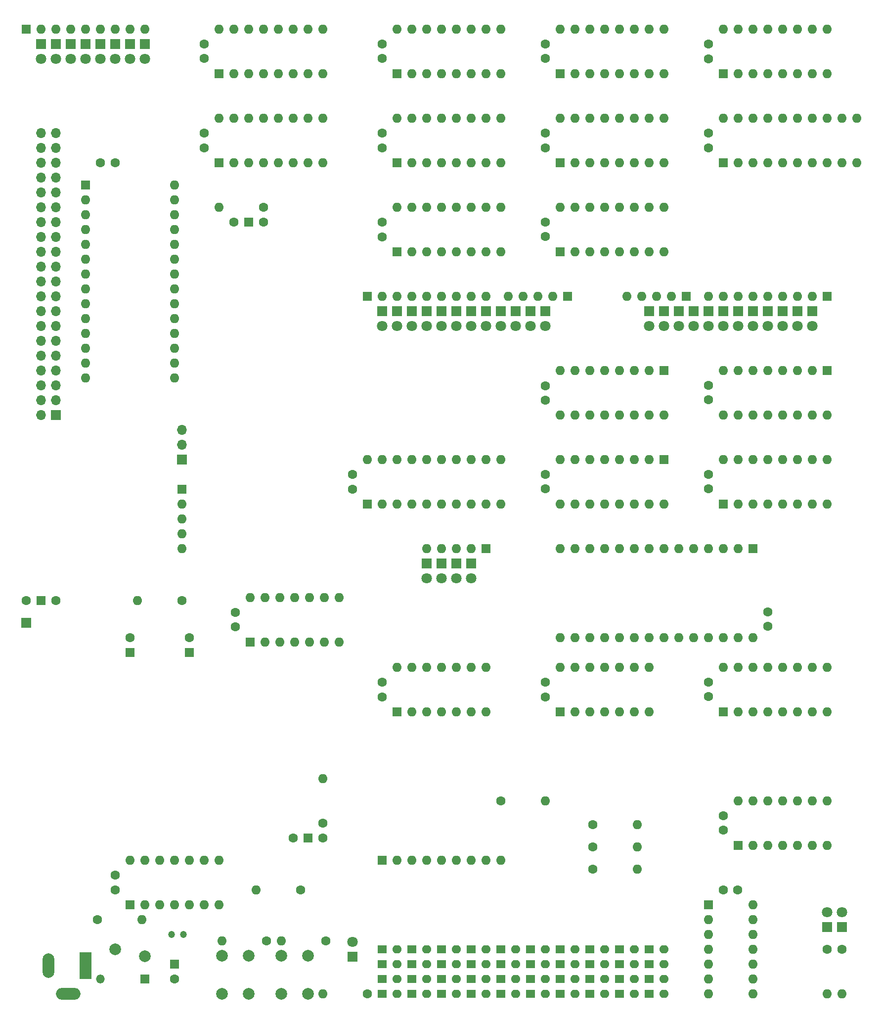
<source format=gbr>
%TF.GenerationSoftware,KiCad,Pcbnew,8.0.6*%
%TF.CreationDate,2025-02-23T11:24:39+09:00*%
%TF.ProjectId,HC4_KiCad,4843345f-4b69-4436-9164-2e6b69636164,1.0*%
%TF.SameCoordinates,Original*%
%TF.FileFunction,Soldermask,Bot*%
%TF.FilePolarity,Negative*%
%FSLAX46Y46*%
G04 Gerber Fmt 4.6, Leading zero omitted, Abs format (unit mm)*
G04 Created by KiCad (PCBNEW 8.0.6) date 2025-02-23 11:24:39*
%MOMM*%
%LPD*%
G01*
G04 APERTURE LIST*
%ADD10R,1.800000X1.800000*%
%ADD11C,1.800000*%
%ADD12R,1.600000X1.600000*%
%ADD13O,1.600000X1.600000*%
%ADD14R,1.600000X1.400000*%
%ADD15O,1.600000X1.400000*%
%ADD16R,1.700000X1.700000*%
%ADD17C,1.600000*%
%ADD18O,1.700000X1.700000*%
%ADD19R,2.000000X4.600000*%
%ADD20O,2.000000X4.200000*%
%ADD21O,4.200000X2.000000*%
%ADD22R,1.500000X1.500000*%
%ADD23C,2.000000*%
%ADD24C,2.010000*%
%ADD25O,1.500000X1.500000*%
%ADD26C,1.200000*%
G04 APERTURE END LIST*
D10*
%TO.C,LD14*%
X114740000Y-78740000D03*
D11*
X114740000Y-81280000D03*
%TD*%
D12*
%TO.C,IC2*%
X155380000Y-119380000D03*
D13*
X152840000Y-119380000D03*
X150300000Y-119380000D03*
X147760000Y-119380000D03*
X145220000Y-119380000D03*
X142680000Y-119380000D03*
X140140000Y-119380000D03*
X137600000Y-119380000D03*
X135060000Y-119380000D03*
X132520000Y-119380000D03*
X129980000Y-119380000D03*
X127440000Y-119380000D03*
X124900000Y-119380000D03*
X122360000Y-119380000D03*
X122360000Y-134620000D03*
X124900000Y-134620000D03*
X127440000Y-134620000D03*
X129980000Y-134620000D03*
X132520000Y-134620000D03*
X135060000Y-134620000D03*
X137600000Y-134620000D03*
X140140000Y-134620000D03*
X142680000Y-134620000D03*
X145220000Y-134620000D03*
X147760000Y-134620000D03*
X150300000Y-134620000D03*
X152840000Y-134620000D03*
X155380000Y-134620000D03*
%TD*%
D14*
%TO.C,D38*%
X137600000Y-187960000D03*
D15*
X140140000Y-187960000D03*
%TD*%
D14*
%TO.C,D40*%
X137600000Y-193040000D03*
D15*
X140140000Y-193040000D03*
%TD*%
D14*
%TO.C,D36*%
X132520000Y-193040000D03*
D15*
X135060000Y-193040000D03*
%TD*%
D12*
%TO.C,IC23*%
X150300000Y-111760000D03*
D13*
X152840000Y-111760000D03*
X155380000Y-111760000D03*
X157920000Y-111760000D03*
X160460000Y-111760000D03*
X163000000Y-111760000D03*
X165540000Y-111760000D03*
X168080000Y-111760000D03*
X168080000Y-104140000D03*
X165540000Y-104140000D03*
X163000000Y-104140000D03*
X160460000Y-104140000D03*
X157920000Y-104140000D03*
X155380000Y-104140000D03*
X152840000Y-104140000D03*
X150300000Y-104140000D03*
%TD*%
D10*
%TO.C,LD11*%
X117280000Y-78740000D03*
D11*
X117280000Y-81280000D03*
%TD*%
D14*
%TO.C,D18*%
X112200000Y-187960000D03*
D15*
X114740000Y-187960000D03*
%TD*%
D14*
%TO.C,D20*%
X112200000Y-193040000D03*
D15*
X114740000Y-193040000D03*
%TD*%
D10*
%TO.C,LD2*%
X168080000Y-184155000D03*
D11*
X168080000Y-181615000D03*
%TD*%
D16*
%TO.C,J2*%
X30920000Y-132080000D03*
%TD*%
D14*
%TO.C,D27*%
X122360000Y-190500000D03*
D15*
X124900000Y-190500000D03*
%TD*%
D17*
%TO.C,CP7*%
X119820000Y-48300000D03*
X119820000Y-50800000D03*
%TD*%
D10*
%TO.C,LD9*%
X109660000Y-78740000D03*
D11*
X109660000Y-81280000D03*
%TD*%
D17*
%TO.C,CP8*%
X119820000Y-63500000D03*
X119820000Y-66000000D03*
%TD*%
D10*
%TO.C,LD6*%
X102040000Y-121920000D03*
D11*
X102040000Y-124460000D03*
%TD*%
D12*
%TO.C,IC5*%
X94420000Y-53380000D03*
D13*
X96960000Y-53380000D03*
X99500000Y-53380000D03*
X102040000Y-53380000D03*
X104580000Y-53380000D03*
X107120000Y-53380000D03*
X109660000Y-53380000D03*
X112200000Y-53380000D03*
X112200000Y-45760000D03*
X109660000Y-45760000D03*
X107120000Y-45760000D03*
X104580000Y-45760000D03*
X102040000Y-45760000D03*
X99500000Y-45760000D03*
X96960000Y-45760000D03*
X94420000Y-45760000D03*
%TD*%
D12*
%TO.C,C1*%
X56320000Y-190540000D03*
D17*
X56320000Y-193040000D03*
%TD*%
D14*
%TO.C,D8*%
X96960000Y-193040000D03*
D15*
X99500000Y-193040000D03*
%TD*%
D14*
%TO.C,D2*%
X91880000Y-187960000D03*
D15*
X94420000Y-187960000D03*
%TD*%
D16*
%TO.C,JP1*%
X57590000Y-104140000D03*
D18*
X57590000Y-101600000D03*
X57590000Y-99060000D03*
%TD*%
D19*
%TO.C,J1*%
X41080000Y-190780000D03*
D20*
X34780000Y-190780000D03*
D21*
X38180000Y-195580000D03*
%TD*%
D12*
%TO.C,IC21*%
X150300000Y-147320000D03*
D13*
X152840000Y-147320000D03*
X155380000Y-147320000D03*
X157920000Y-147320000D03*
X160460000Y-147320000D03*
X163000000Y-147320000D03*
X165540000Y-147320000D03*
X168080000Y-147320000D03*
X168080000Y-139700000D03*
X165540000Y-139700000D03*
X163000000Y-139700000D03*
X160460000Y-139700000D03*
X157920000Y-139700000D03*
X155380000Y-139700000D03*
X152840000Y-139700000D03*
X150300000Y-139700000D03*
%TD*%
D12*
%TO.C,IC18*%
X152840000Y-170180000D03*
D13*
X155380000Y-170180000D03*
X157920000Y-170180000D03*
X160460000Y-170180000D03*
X163000000Y-170180000D03*
X165540000Y-170180000D03*
X168080000Y-170180000D03*
X168080000Y-162560000D03*
X165540000Y-162560000D03*
X163000000Y-162560000D03*
X160460000Y-162560000D03*
X157920000Y-162560000D03*
X155380000Y-162560000D03*
X152840000Y-162560000D03*
%TD*%
D14*
%TO.C,D32*%
X127440000Y-193040000D03*
D15*
X129980000Y-193040000D03*
%TD*%
D12*
%TO.C,RN7*%
X168080000Y-76200000D03*
D13*
X165540000Y-76200000D03*
X163000000Y-76200000D03*
X160460000Y-76200000D03*
X157920000Y-76200000D03*
X155380000Y-76200000D03*
X152840000Y-76200000D03*
X150300000Y-76200000D03*
X147760000Y-76200000D03*
%TD*%
D14*
%TO.C,D41*%
X137600000Y-195580000D03*
D15*
X140140000Y-195580000D03*
%TD*%
D10*
%TO.C,LD17*%
X112200000Y-78740000D03*
D11*
X112200000Y-81280000D03*
%TD*%
D10*
%TO.C,LD23*%
X41080000Y-33020000D03*
D11*
X41080000Y-35560000D03*
%TD*%
D22*
%TO.C,SW5*%
X79180000Y-168910000D03*
D17*
X81720000Y-168910000D03*
X76640000Y-168910000D03*
%TD*%
D14*
%TO.C,D9*%
X96960000Y-195580000D03*
D15*
X99500000Y-195580000D03*
%TD*%
D10*
%TO.C,LD28*%
X165540000Y-78740000D03*
D11*
X165540000Y-81280000D03*
%TD*%
D12*
%TO.C,C2*%
X58860000Y-137160000D03*
D17*
X58860000Y-134660000D03*
%TD*%
D16*
%TO.C,J3*%
X36000000Y-96520000D03*
D18*
X33460000Y-96520000D03*
X36000000Y-93980000D03*
X33460000Y-93980000D03*
X36000000Y-91440000D03*
X33460000Y-91440000D03*
X36000000Y-88900000D03*
X33460000Y-88900000D03*
X36000000Y-86360000D03*
X33460000Y-86360000D03*
X36000000Y-83820000D03*
X33460000Y-83820000D03*
X36000000Y-81280000D03*
X33460000Y-81280000D03*
X36000000Y-78740000D03*
X33460000Y-78740000D03*
X36000000Y-76200000D03*
X33460000Y-76200000D03*
X36000000Y-73660000D03*
X33460000Y-73660000D03*
X36000000Y-71120000D03*
X33460000Y-71120000D03*
X36000000Y-68580000D03*
X33460000Y-68580000D03*
X36000000Y-66040000D03*
X33460000Y-66040000D03*
X36000000Y-63500000D03*
X33460000Y-63500000D03*
X36000000Y-60960000D03*
X33460000Y-60960000D03*
X36000000Y-58420000D03*
X33460000Y-58420000D03*
X36000000Y-55880000D03*
X33460000Y-55880000D03*
X36000000Y-53340000D03*
X33460000Y-53340000D03*
X36000000Y-50800000D03*
X33460000Y-50800000D03*
X36000000Y-48260000D03*
X33460000Y-48260000D03*
%TD*%
D17*
%TO.C,CP11*%
X147760000Y-33060000D03*
X147760000Y-35560000D03*
%TD*%
D12*
%TO.C,RN4*%
X89340000Y-76200000D03*
D13*
X91880000Y-76200000D03*
X94420000Y-76200000D03*
X96960000Y-76200000D03*
X99500000Y-76200000D03*
X102040000Y-76200000D03*
X104580000Y-76200000D03*
X107120000Y-76200000D03*
X109660000Y-76200000D03*
%TD*%
D14*
%TO.C,D35*%
X132520000Y-190500000D03*
D15*
X135060000Y-190500000D03*
%TD*%
D22*
%TO.C,SW2*%
X69020000Y-63500000D03*
D17*
X71560000Y-63500000D03*
X66480000Y-63500000D03*
%TD*%
D10*
%TO.C,LD7*%
X99500000Y-121960000D03*
D11*
X99500000Y-124500000D03*
%TD*%
D10*
%TO.C,LD10*%
X99500000Y-78740000D03*
D11*
X99500000Y-81280000D03*
%TD*%
D12*
%TO.C,IC13*%
X140140000Y-88940000D03*
D13*
X137600000Y-88940000D03*
X135060000Y-88940000D03*
X132520000Y-88940000D03*
X129980000Y-88940000D03*
X127440000Y-88940000D03*
X124900000Y-88940000D03*
X122360000Y-88940000D03*
X122360000Y-96560000D03*
X124900000Y-96560000D03*
X127440000Y-96560000D03*
X129980000Y-96560000D03*
X132520000Y-96560000D03*
X135060000Y-96560000D03*
X137600000Y-96560000D03*
X140140000Y-96560000D03*
%TD*%
D17*
%TO.C,CP1*%
X46160000Y-53340000D03*
X43660000Y-53340000D03*
%TD*%
%TO.C,CP20*%
X91880000Y-142280000D03*
X91880000Y-144780000D03*
%TD*%
D12*
%TO.C,IC6*%
X94420000Y-68620000D03*
D13*
X96960000Y-68620000D03*
X99500000Y-68620000D03*
X102040000Y-68620000D03*
X104580000Y-68620000D03*
X107120000Y-68620000D03*
X109660000Y-68620000D03*
X112200000Y-68620000D03*
X112200000Y-61000000D03*
X109660000Y-61000000D03*
X107120000Y-61000000D03*
X104580000Y-61000000D03*
X102040000Y-61000000D03*
X99500000Y-61000000D03*
X96960000Y-61000000D03*
X94420000Y-61000000D03*
%TD*%
D10*
%TO.C,LD36*%
X145220000Y-78740000D03*
D11*
X145220000Y-81280000D03*
%TD*%
D12*
%TO.C,IC10*%
X69274000Y-135382000D03*
D13*
X71814000Y-135382000D03*
X74354000Y-135382000D03*
X76894000Y-135382000D03*
X79434000Y-135382000D03*
X81974000Y-135382000D03*
X84514000Y-135382000D03*
X84514000Y-127762000D03*
X81974000Y-127762000D03*
X79434000Y-127762000D03*
X76894000Y-127762000D03*
X74354000Y-127762000D03*
X71814000Y-127762000D03*
X69274000Y-127762000D03*
%TD*%
D17*
%TO.C,CP22*%
X152800000Y-177800000D03*
X150300000Y-177800000D03*
%TD*%
D23*
%TO.C,SW3*%
X69020000Y-189080000D03*
X69020000Y-195580000D03*
X64520000Y-189080000D03*
X64520000Y-195580000D03*
%TD*%
D10*
%TO.C,LD3*%
X170620000Y-184150000D03*
D11*
X170620000Y-181610000D03*
%TD*%
D17*
%TO.C,CP17*%
X61400000Y-33020000D03*
X61400000Y-35520000D03*
%TD*%
D14*
%TO.C,D39*%
X137600000Y-190500000D03*
D15*
X140140000Y-190500000D03*
%TD*%
D14*
%TO.C,D37*%
X132520000Y-195580000D03*
D15*
X135060000Y-195580000D03*
%TD*%
D10*
%TO.C,LD30*%
X160460000Y-78740000D03*
D11*
X160460000Y-81280000D03*
%TD*%
D17*
%TO.C,CP19*%
X119820000Y-142280000D03*
X119820000Y-144780000D03*
%TD*%
D14*
%TO.C,D24*%
X117280000Y-193040000D03*
D15*
X119820000Y-193040000D03*
%TD*%
D10*
%TO.C,LD27*%
X51240000Y-33060000D03*
D11*
X51240000Y-35600000D03*
%TD*%
D10*
%TO.C,LD31*%
X157920000Y-78740000D03*
D11*
X157920000Y-81280000D03*
%TD*%
D10*
%TO.C,LD26*%
X48700000Y-33020000D03*
D11*
X48700000Y-35560000D03*
%TD*%
D17*
%TO.C,R3*%
X170620000Y-187960000D03*
D13*
X170620000Y-195580000D03*
%TD*%
D10*
%TO.C,LD20*%
X33460000Y-33065000D03*
D11*
X33460000Y-35605000D03*
%TD*%
D14*
%TO.C,D13*%
X102040000Y-195580000D03*
D15*
X104580000Y-195580000D03*
%TD*%
D17*
%TO.C,R12*%
X81720000Y-166370000D03*
D13*
X81720000Y-158750000D03*
%TD*%
D10*
%TO.C,LD1*%
X86800000Y-189230000D03*
D11*
X86800000Y-186690000D03*
%TD*%
D17*
%TO.C,R1*%
X89340000Y-195580000D03*
D13*
X81720000Y-195580000D03*
%TD*%
D12*
%TO.C,RN1*%
X57590000Y-109220000D03*
D13*
X57590000Y-111760000D03*
X57590000Y-114300000D03*
X57590000Y-116840000D03*
X57590000Y-119380000D03*
%TD*%
D17*
%TO.C,R5*%
X128010000Y-170460000D03*
D13*
X135630000Y-170460000D03*
%TD*%
D14*
%TO.C,D15*%
X107120000Y-190500000D03*
D15*
X109660000Y-190500000D03*
%TD*%
D10*
%TO.C,LD24*%
X43620000Y-33020000D03*
D11*
X43620000Y-35560000D03*
%TD*%
D17*
%TO.C,CP2*%
X157920000Y-130195000D03*
X157920000Y-132695000D03*
%TD*%
D10*
%TO.C,LD12*%
X107120000Y-78740000D03*
D11*
X107120000Y-81280000D03*
%TD*%
D10*
%TO.C,LD37*%
X142680000Y-78740000D03*
D11*
X142680000Y-81280000D03*
%TD*%
D14*
%TO.C,D11*%
X102040000Y-190500000D03*
D15*
X104580000Y-190500000D03*
%TD*%
D14*
%TO.C,D6*%
X96960000Y-187960000D03*
D15*
X99500000Y-187960000D03*
%TD*%
D17*
%TO.C,CP21*%
X147760000Y-142240000D03*
X147760000Y-144740000D03*
%TD*%
D12*
%TO.C,IC16*%
X63940000Y-53340000D03*
D13*
X66480000Y-53340000D03*
X69020000Y-53340000D03*
X71560000Y-53340000D03*
X74100000Y-53340000D03*
X76640000Y-53340000D03*
X79180000Y-53340000D03*
X81720000Y-53340000D03*
X81720000Y-45720000D03*
X79180000Y-45720000D03*
X76640000Y-45720000D03*
X74100000Y-45720000D03*
X71560000Y-45720000D03*
X69020000Y-45720000D03*
X66480000Y-45720000D03*
X63940000Y-45720000D03*
%TD*%
D10*
%TO.C,LD38*%
X140140000Y-78740000D03*
D11*
X140140000Y-81280000D03*
%TD*%
D14*
%TO.C,D23*%
X117280000Y-190500000D03*
D15*
X119820000Y-190500000D03*
%TD*%
D12*
%TO.C,IC4*%
X94420000Y-38140000D03*
D13*
X96960000Y-38140000D03*
X99500000Y-38140000D03*
X102040000Y-38140000D03*
X104580000Y-38140000D03*
X107120000Y-38140000D03*
X109660000Y-38140000D03*
X112200000Y-38140000D03*
X112200000Y-30520000D03*
X109660000Y-30520000D03*
X107120000Y-30520000D03*
X104580000Y-30520000D03*
X102040000Y-30520000D03*
X99500000Y-30520000D03*
X96960000Y-30520000D03*
X94420000Y-30520000D03*
%TD*%
D12*
%TO.C,IC15*%
X140140000Y-104180000D03*
D13*
X137600000Y-104180000D03*
X135060000Y-104180000D03*
X132520000Y-104180000D03*
X129980000Y-104180000D03*
X127440000Y-104180000D03*
X124900000Y-104180000D03*
X122360000Y-104180000D03*
X122360000Y-111800000D03*
X124900000Y-111800000D03*
X127440000Y-111800000D03*
X129980000Y-111800000D03*
X132520000Y-111800000D03*
X135060000Y-111800000D03*
X137600000Y-111800000D03*
X140140000Y-111800000D03*
%TD*%
D14*
%TO.C,D30*%
X127440000Y-187960000D03*
D15*
X129980000Y-187960000D03*
%TD*%
D10*
%TO.C,LD29*%
X163000000Y-78740000D03*
D11*
X163000000Y-81280000D03*
%TD*%
D12*
%TO.C,IC22*%
X147760000Y-180340000D03*
D13*
X147760000Y-182880000D03*
X147760000Y-185420000D03*
X147760000Y-187960000D03*
X147760000Y-190500000D03*
X147760000Y-193040000D03*
X147760000Y-195580000D03*
X155380000Y-195580000D03*
X155380000Y-193040000D03*
X155380000Y-190500000D03*
X155380000Y-187960000D03*
X155380000Y-185420000D03*
X155380000Y-182880000D03*
X155380000Y-180340000D03*
%TD*%
D14*
%TO.C,D14*%
X107120000Y-187960000D03*
D15*
X109660000Y-187960000D03*
%TD*%
D17*
%TO.C,CP18*%
X150300000Y-165100000D03*
X150300000Y-167600000D03*
%TD*%
D22*
%TO.C,SW1*%
X33460000Y-128270000D03*
D17*
X36000000Y-128270000D03*
X30920000Y-128270000D03*
%TD*%
D12*
%TO.C,IC14*%
X168080000Y-88900000D03*
D13*
X165540000Y-88900000D03*
X163000000Y-88900000D03*
X160460000Y-88900000D03*
X157920000Y-88900000D03*
X155380000Y-88900000D03*
X152840000Y-88900000D03*
X150300000Y-88900000D03*
X150300000Y-96520000D03*
X152840000Y-96520000D03*
X155380000Y-96520000D03*
X157920000Y-96520000D03*
X160460000Y-96520000D03*
X163000000Y-96520000D03*
X165540000Y-96520000D03*
X168080000Y-96520000D03*
%TD*%
D17*
%TO.C,R2*%
X168080000Y-187960000D03*
D13*
X168080000Y-195580000D03*
%TD*%
D14*
%TO.C,D26*%
X122360000Y-187960000D03*
D15*
X124900000Y-187960000D03*
%TD*%
D10*
%TO.C,LD21*%
X36000000Y-33020000D03*
D11*
X36000000Y-35560000D03*
%TD*%
D17*
%TO.C,R10*%
X77910000Y-177800000D03*
D13*
X70290000Y-177800000D03*
%TD*%
D12*
%TO.C,IC12*%
X150300000Y-53380000D03*
D13*
X152840000Y-53380000D03*
X155380000Y-53380000D03*
X157920000Y-53380000D03*
X160460000Y-53380000D03*
X163000000Y-53380000D03*
X165540000Y-53380000D03*
X168080000Y-53380000D03*
X170620000Y-53380000D03*
X173160000Y-53380000D03*
X173160000Y-45760000D03*
X170620000Y-45760000D03*
X168080000Y-45760000D03*
X165540000Y-45760000D03*
X163000000Y-45760000D03*
X160460000Y-45760000D03*
X157920000Y-45760000D03*
X155380000Y-45760000D03*
X152840000Y-45760000D03*
X150300000Y-45760000D03*
%TD*%
D10*
%TO.C,LD13*%
X96960000Y-78740000D03*
D11*
X96960000Y-81280000D03*
%TD*%
D12*
%TO.C,IC7*%
X122360000Y-53380000D03*
D13*
X124900000Y-53380000D03*
X127440000Y-53380000D03*
X129980000Y-53380000D03*
X132520000Y-53380000D03*
X135060000Y-53380000D03*
X137600000Y-53380000D03*
X140140000Y-53380000D03*
X140140000Y-45760000D03*
X137600000Y-45760000D03*
X135060000Y-45760000D03*
X132520000Y-45760000D03*
X129980000Y-45760000D03*
X127440000Y-45760000D03*
X124900000Y-45760000D03*
X122360000Y-45760000D03*
%TD*%
D10*
%TO.C,LD32*%
X155380000Y-78740000D03*
D11*
X155380000Y-81280000D03*
%TD*%
D14*
%TO.C,D28*%
X122360000Y-193040000D03*
D15*
X124900000Y-193040000D03*
%TD*%
D17*
%TO.C,CP16*%
X61400000Y-48300000D03*
X61400000Y-50800000D03*
%TD*%
D10*
%TO.C,LD16*%
X94420000Y-78740000D03*
D11*
X94420000Y-81280000D03*
%TD*%
D17*
%TO.C,CP6*%
X91880000Y-63540000D03*
X91880000Y-66040000D03*
%TD*%
D14*
%TO.C,D12*%
X102040000Y-193040000D03*
D15*
X104580000Y-193040000D03*
%TD*%
D14*
%TO.C,D17*%
X107120000Y-195580000D03*
D15*
X109660000Y-195580000D03*
%TD*%
D12*
%TO.C,RN3*%
X123630000Y-76200000D03*
D13*
X121090000Y-76200000D03*
X118550000Y-76200000D03*
X116010000Y-76200000D03*
X113470000Y-76200000D03*
%TD*%
D17*
%TO.C,R8*%
X82300000Y-186540000D03*
D13*
X74680000Y-186540000D03*
%TD*%
D12*
%TO.C,IC24*%
X48700000Y-180340000D03*
D13*
X51240000Y-180340000D03*
X53780000Y-180340000D03*
X56320000Y-180340000D03*
X58860000Y-180340000D03*
X61400000Y-180340000D03*
X63940000Y-180340000D03*
X63940000Y-172720000D03*
X61400000Y-172720000D03*
X58860000Y-172720000D03*
X56320000Y-172720000D03*
X53780000Y-172720000D03*
X51240000Y-172720000D03*
X48700000Y-172720000D03*
%TD*%
D17*
%TO.C,CP12*%
X147760000Y-48300000D03*
X147760000Y-50800000D03*
%TD*%
D12*
%TO.C,IC20*%
X94420000Y-147320000D03*
D13*
X96960000Y-147320000D03*
X99500000Y-147320000D03*
X102040000Y-147320000D03*
X104580000Y-147320000D03*
X107120000Y-147320000D03*
X109660000Y-147320000D03*
X109660000Y-139700000D03*
X107120000Y-139700000D03*
X104580000Y-139700000D03*
X102040000Y-139700000D03*
X99500000Y-139700000D03*
X96960000Y-139700000D03*
X94420000Y-139700000D03*
%TD*%
D10*
%TO.C,LD15*%
X104580000Y-78740000D03*
D11*
X104580000Y-81280000D03*
%TD*%
D10*
%TO.C,LD5*%
X104580000Y-121920000D03*
D11*
X104580000Y-124460000D03*
%TD*%
D12*
%TO.C,RN5*%
X30920000Y-30480000D03*
D13*
X33460000Y-30480000D03*
X36000000Y-30480000D03*
X38540000Y-30480000D03*
X41080000Y-30480000D03*
X43620000Y-30480000D03*
X46160000Y-30480000D03*
X48700000Y-30480000D03*
X51240000Y-30480000D03*
%TD*%
D14*
%TO.C,D10*%
X102040000Y-187960000D03*
D15*
X104580000Y-187960000D03*
%TD*%
D17*
%TO.C,R3*%
X128010000Y-166650000D03*
D13*
X135630000Y-166650000D03*
%TD*%
D12*
%TO.C,IC1*%
X41080000Y-57160000D03*
D13*
X41080000Y-59700000D03*
X41080000Y-62240000D03*
X41080000Y-64780000D03*
X41080000Y-67320000D03*
X41080000Y-69860000D03*
X41080000Y-72400000D03*
X41080000Y-74940000D03*
X41080000Y-77480000D03*
X41080000Y-80020000D03*
X41080000Y-82560000D03*
X41080000Y-85100000D03*
X41080000Y-87640000D03*
X41080000Y-90180000D03*
X56320000Y-90180000D03*
X56320000Y-87640000D03*
X56320000Y-85100000D03*
X56320000Y-82560000D03*
X56320000Y-80020000D03*
X56320000Y-77480000D03*
X56320000Y-74940000D03*
X56320000Y-72400000D03*
X56320000Y-69860000D03*
X56320000Y-67320000D03*
X56320000Y-64780000D03*
X56320000Y-62240000D03*
X56320000Y-59700000D03*
X56320000Y-57160000D03*
%TD*%
D14*
%TO.C,D25*%
X117280000Y-195580000D03*
D15*
X119820000Y-195580000D03*
%TD*%
D10*
%TO.C,LD18*%
X102040000Y-78740000D03*
D11*
X102040000Y-81280000D03*
%TD*%
D14*
%TO.C,D29*%
X122360000Y-195580000D03*
D15*
X124900000Y-195580000D03*
%TD*%
D17*
%TO.C,R7*%
X72140000Y-186540000D03*
D13*
X64520000Y-186540000D03*
%TD*%
D17*
%TO.C,CP3*%
X119820000Y-33020000D03*
X119820000Y-35520000D03*
%TD*%
D10*
%TO.C,LD4*%
X107120000Y-121920000D03*
D11*
X107120000Y-124460000D03*
%TD*%
D17*
%TO.C,R13*%
X57590000Y-128270000D03*
D13*
X49970000Y-128270000D03*
%TD*%
D14*
%TO.C,D19*%
X112200000Y-190500000D03*
D15*
X114740000Y-190500000D03*
%TD*%
D12*
%TO.C,IC3*%
X122360000Y-38100000D03*
D13*
X124900000Y-38100000D03*
X127440000Y-38100000D03*
X129980000Y-38100000D03*
X132520000Y-38100000D03*
X135060000Y-38100000D03*
X137600000Y-38100000D03*
X140140000Y-38100000D03*
X140140000Y-30480000D03*
X137600000Y-30480000D03*
X135060000Y-30480000D03*
X132520000Y-30480000D03*
X129980000Y-30480000D03*
X127440000Y-30480000D03*
X124900000Y-30480000D03*
X122360000Y-30480000D03*
%TD*%
D17*
%TO.C,CP9*%
X86800000Y-106720000D03*
X86800000Y-109220000D03*
%TD*%
D14*
%TO.C,D7*%
X96960000Y-190500000D03*
D15*
X99500000Y-190500000D03*
%TD*%
D10*
%TO.C,LD8*%
X119820000Y-78740000D03*
D11*
X119820000Y-81280000D03*
%TD*%
D17*
%TO.C,CP13*%
X119820000Y-94020000D03*
X119820000Y-91520000D03*
%TD*%
%TO.C,CP23*%
X147760000Y-106680000D03*
X147760000Y-109180000D03*
%TD*%
D12*
%TO.C,IC9*%
X89340000Y-111760000D03*
D13*
X91880000Y-111760000D03*
X94420000Y-111760000D03*
X96960000Y-111760000D03*
X99500000Y-111760000D03*
X102040000Y-111760000D03*
X104580000Y-111760000D03*
X107120000Y-111760000D03*
X109660000Y-111760000D03*
X112200000Y-111760000D03*
X112200000Y-104140000D03*
X109660000Y-104140000D03*
X107120000Y-104140000D03*
X104580000Y-104140000D03*
X102040000Y-104140000D03*
X99500000Y-104140000D03*
X96960000Y-104140000D03*
X94420000Y-104140000D03*
X91880000Y-104140000D03*
X89340000Y-104140000D03*
%TD*%
D12*
%TO.C,RN6*%
X91880000Y-172720000D03*
D13*
X94420000Y-172720000D03*
X96960000Y-172720000D03*
X99500000Y-172720000D03*
X102040000Y-172720000D03*
X104580000Y-172720000D03*
X107120000Y-172720000D03*
X109660000Y-172720000D03*
X112200000Y-172720000D03*
%TD*%
D17*
%TO.C,R9*%
X112200000Y-162560000D03*
D13*
X119820000Y-162560000D03*
%TD*%
D17*
%TO.C,R4*%
X71560000Y-60960000D03*
D13*
X63940000Y-60960000D03*
%TD*%
D14*
%TO.C,D16*%
X107120000Y-193040000D03*
D15*
X109660000Y-193040000D03*
%TD*%
D12*
%TO.C,IC19*%
X122360000Y-147320000D03*
D13*
X124900000Y-147320000D03*
X127440000Y-147320000D03*
X129980000Y-147320000D03*
X132520000Y-147320000D03*
X135060000Y-147320000D03*
X137600000Y-147320000D03*
X137600000Y-139700000D03*
X135060000Y-139700000D03*
X132520000Y-139700000D03*
X129980000Y-139700000D03*
X127440000Y-139700000D03*
X124900000Y-139700000D03*
X122360000Y-139700000D03*
%TD*%
D14*
%TO.C,D4*%
X91880000Y-193040000D03*
D15*
X94420000Y-193040000D03*
%TD*%
D10*
%TO.C,LD25*%
X46160000Y-33020000D03*
D11*
X46160000Y-35560000D03*
%TD*%
D24*
%TO.C,F1*%
X46160000Y-187960000D03*
X51260000Y-189160000D03*
%TD*%
D14*
%TO.C,D22*%
X117280000Y-187960000D03*
D15*
X119820000Y-187960000D03*
%TD*%
D17*
%TO.C,CP15*%
X119820000Y-106680000D03*
X119820000Y-109180000D03*
%TD*%
D14*
%TO.C,D3*%
X91880000Y-190500000D03*
D15*
X94420000Y-190500000D03*
%TD*%
D12*
%TO.C,RN2*%
X109660000Y-119420000D03*
D13*
X107120000Y-119420000D03*
X104580000Y-119420000D03*
X102040000Y-119420000D03*
X99500000Y-119420000D03*
%TD*%
D17*
%TO.C,CP5*%
X91880000Y-48300000D03*
X91880000Y-50800000D03*
%TD*%
D23*
%TO.C,SW4*%
X79180000Y-189080000D03*
X79180000Y-195580000D03*
X74680000Y-189080000D03*
X74680000Y-195580000D03*
%TD*%
D14*
%TO.C,D33*%
X127440000Y-195580000D03*
D15*
X129980000Y-195580000D03*
%TD*%
D17*
%TO.C,CP14*%
X147760000Y-93940000D03*
X147760000Y-91440000D03*
%TD*%
D14*
%TO.C,D5*%
X91880000Y-195580000D03*
D15*
X94420000Y-195580000D03*
%TD*%
D14*
%TO.C,D21*%
X112200000Y-195580000D03*
D15*
X114740000Y-195580000D03*
%TD*%
D10*
%TO.C,LD35*%
X147760000Y-78740000D03*
D11*
X147760000Y-81280000D03*
%TD*%
D10*
%TO.C,LD19*%
X91880000Y-78740000D03*
D11*
X91880000Y-81280000D03*
%TD*%
D10*
%TO.C,LD34*%
X150300000Y-78740000D03*
D11*
X150300000Y-81280000D03*
%TD*%
D10*
%TO.C,LD22*%
X38540000Y-33020000D03*
D11*
X38540000Y-35560000D03*
%TD*%
D12*
%TO.C,RN8*%
X143950000Y-76200000D03*
D13*
X141410000Y-76200000D03*
X138870000Y-76200000D03*
X136330000Y-76200000D03*
X133790000Y-76200000D03*
%TD*%
D17*
%TO.C,CP10*%
X66734000Y-130302000D03*
X66734000Y-132802000D03*
%TD*%
%TO.C,CP24*%
X46160000Y-175300000D03*
X46160000Y-177800000D03*
%TD*%
D10*
%TO.C,LD39*%
X137600000Y-78740000D03*
D11*
X137600000Y-81280000D03*
%TD*%
D12*
%TO.C,IC11*%
X150300000Y-38130000D03*
D13*
X152840000Y-38130000D03*
X155380000Y-38130000D03*
X157920000Y-38130000D03*
X160460000Y-38130000D03*
X163000000Y-38130000D03*
X165540000Y-38130000D03*
X168080000Y-38130000D03*
X168080000Y-30510000D03*
X165540000Y-30510000D03*
X163000000Y-30510000D03*
X160460000Y-30510000D03*
X157920000Y-30510000D03*
X155380000Y-30510000D03*
X152840000Y-30510000D03*
X150300000Y-30510000D03*
%TD*%
D22*
%TO.C,D1*%
X51240000Y-193040000D03*
D25*
X43620000Y-193040000D03*
%TD*%
D12*
%TO.C,C3*%
X48700000Y-137160000D03*
D17*
X48700000Y-134660000D03*
%TD*%
%TO.C,R11*%
X43180000Y-182880000D03*
D13*
X50800000Y-182880000D03*
%TD*%
D17*
%TO.C,CP4*%
X91890000Y-33020000D03*
X91890000Y-35520000D03*
%TD*%
D14*
%TO.C,D31*%
X127440000Y-190500000D03*
D15*
X129980000Y-190500000D03*
%TD*%
D12*
%TO.C,IC17*%
X63940000Y-38100000D03*
D13*
X66480000Y-38100000D03*
X69020000Y-38100000D03*
X71560000Y-38100000D03*
X74100000Y-38100000D03*
X76640000Y-38100000D03*
X79180000Y-38100000D03*
X81720000Y-38100000D03*
X81720000Y-30480000D03*
X79180000Y-30480000D03*
X76640000Y-30480000D03*
X74100000Y-30480000D03*
X71560000Y-30480000D03*
X69020000Y-30480000D03*
X66480000Y-30480000D03*
X63940000Y-30480000D03*
%TD*%
D12*
%TO.C,IC8*%
X122360000Y-68620000D03*
D13*
X124900000Y-68620000D03*
X127440000Y-68620000D03*
X129980000Y-68620000D03*
X132520000Y-68620000D03*
X135060000Y-68620000D03*
X137600000Y-68620000D03*
X140140000Y-68620000D03*
X140140000Y-61000000D03*
X137600000Y-61000000D03*
X135060000Y-61000000D03*
X132520000Y-61000000D03*
X129980000Y-61000000D03*
X127440000Y-61000000D03*
X124900000Y-61000000D03*
X122360000Y-61000000D03*
%TD*%
D10*
%TO.C,LD33*%
X152840000Y-78740000D03*
D11*
X152840000Y-81280000D03*
%TD*%
D17*
%TO.C,R6*%
X128010000Y-174270000D03*
D13*
X135630000Y-174270000D03*
%TD*%
D14*
%TO.C,D34*%
X132520000Y-187960000D03*
D15*
X135060000Y-187960000D03*
%TD*%
D26*
%TO.C,C4*%
X55880000Y-185420000D03*
X57880000Y-185420000D03*
%TD*%
M02*

</source>
